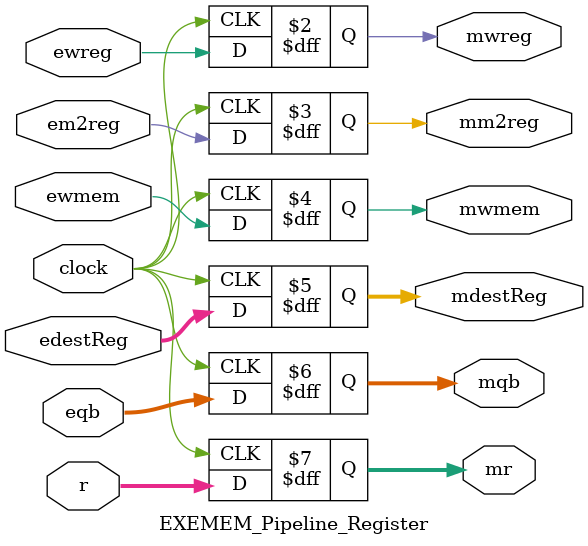
<source format=v>
`timescale 1ns / 1ps


module EXEMEM_Pipeline_Register(
    input clock, ewreg, em2reg, ewmem, 
    input [4:0] edestReg,
    input [31:0] eqb,
    input [31:0] r,
    output reg mwreg, mm2reg, mwmem,
    output reg [4:0] mdestReg,
    output reg [31:0] mqb,
    output reg [31:0] mr
    );
    
    
    always@(posedge clock) begin
        mwreg = ewreg;
        mm2reg = em2reg;
        mwmem = ewmem;
        mdestReg = edestReg;
        mqb = eqb;
        mr = r;
    end

endmodule

</source>
